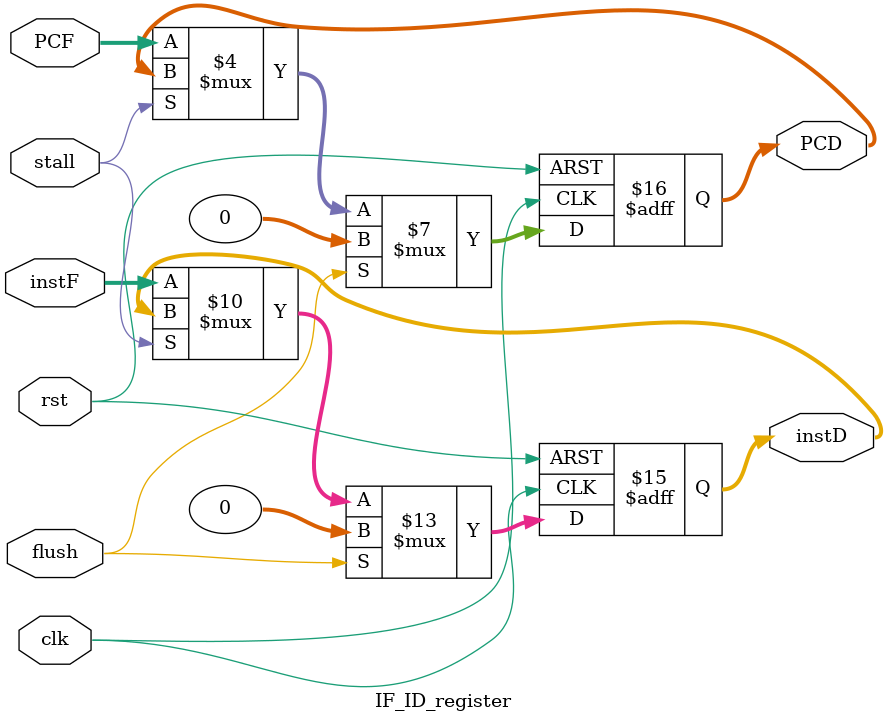
<source format=v>
module IF_ID_register (
	input clk, stall, rst, flush, 
	input [31:0] instF, PCF,
	output reg [31:0] instD, PCD
);

	always @(posedge clk or negedge rst) begin
		if(!rst) begin
			instD <= 0;
			PCD <= 0;
		end
		else if(flush) begin
			instD <= 0;
			PCD <= 0;
		end
		else if(stall) begin 
			instD <= instD;
			PCD <= PCD;
		end
		else begin
			instD <= instF;
			PCD <= PCF;
		end
	end
endmodule 

</source>
